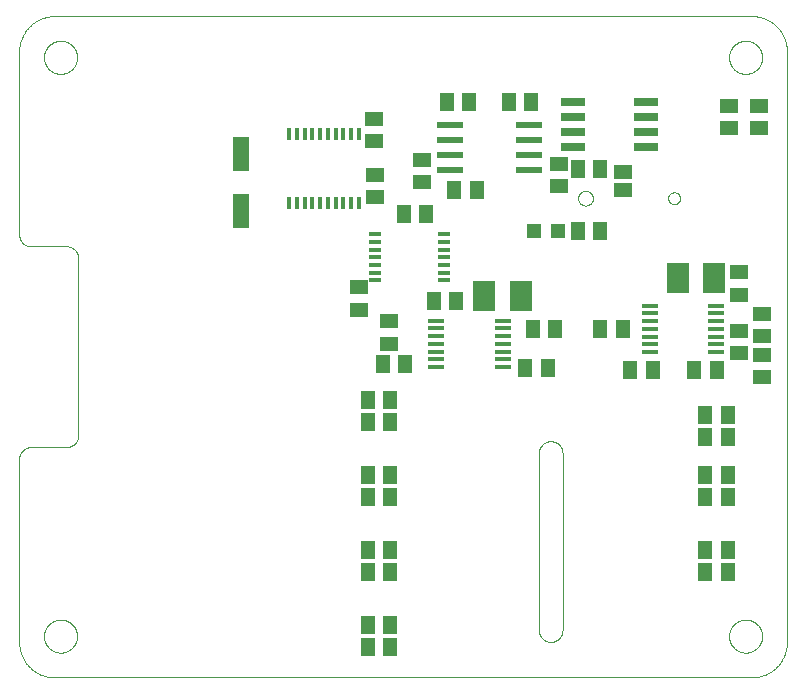
<source format=gtp>
G75*
%MOIN*%
%OFA0B0*%
%FSLAX25Y25*%
%IPPOS*%
%LPD*%
%AMOC8*
5,1,8,0,0,1.08239X$1,22.5*
%
%ADD10C,0.00000*%
%ADD11R,0.08661X0.02362*%
%ADD12R,0.05118X0.06299*%
%ADD13R,0.06299X0.05118*%
%ADD14R,0.04724X0.04724*%
%ADD15R,0.08000X0.02600*%
%ADD16R,0.05118X0.05906*%
%ADD17R,0.01200X0.03900*%
%ADD18R,0.05906X0.05118*%
%ADD19R,0.05512X0.11811*%
%ADD20R,0.07677X0.09843*%
%ADD21R,0.06300X0.04600*%
%ADD22R,0.03900X0.01200*%
%ADD23R,0.05800X0.01400*%
D10*
X0005500Y0014811D02*
X0005500Y0075835D01*
X0005502Y0075959D01*
X0005508Y0076082D01*
X0005517Y0076206D01*
X0005531Y0076328D01*
X0005548Y0076451D01*
X0005570Y0076573D01*
X0005595Y0076694D01*
X0005624Y0076814D01*
X0005656Y0076933D01*
X0005693Y0077052D01*
X0005733Y0077169D01*
X0005776Y0077284D01*
X0005824Y0077399D01*
X0005875Y0077511D01*
X0005929Y0077622D01*
X0005987Y0077732D01*
X0006048Y0077839D01*
X0006113Y0077945D01*
X0006181Y0078048D01*
X0006252Y0078149D01*
X0006326Y0078248D01*
X0006403Y0078345D01*
X0006484Y0078439D01*
X0006567Y0078530D01*
X0006653Y0078619D01*
X0006742Y0078705D01*
X0006833Y0078788D01*
X0006927Y0078869D01*
X0007024Y0078946D01*
X0007123Y0079020D01*
X0007224Y0079091D01*
X0007327Y0079159D01*
X0007433Y0079224D01*
X0007540Y0079285D01*
X0007650Y0079343D01*
X0007761Y0079397D01*
X0007873Y0079448D01*
X0007988Y0079496D01*
X0008103Y0079539D01*
X0008220Y0079579D01*
X0008339Y0079616D01*
X0008458Y0079648D01*
X0008578Y0079677D01*
X0008699Y0079702D01*
X0008821Y0079724D01*
X0008944Y0079741D01*
X0009066Y0079755D01*
X0009190Y0079764D01*
X0009313Y0079770D01*
X0009437Y0079772D01*
X0021248Y0079772D01*
X0021372Y0079774D01*
X0021495Y0079780D01*
X0021619Y0079789D01*
X0021741Y0079803D01*
X0021864Y0079820D01*
X0021986Y0079842D01*
X0022107Y0079867D01*
X0022227Y0079896D01*
X0022346Y0079928D01*
X0022465Y0079965D01*
X0022582Y0080005D01*
X0022697Y0080048D01*
X0022812Y0080096D01*
X0022924Y0080147D01*
X0023035Y0080201D01*
X0023145Y0080259D01*
X0023252Y0080320D01*
X0023358Y0080385D01*
X0023461Y0080453D01*
X0023562Y0080524D01*
X0023661Y0080598D01*
X0023758Y0080675D01*
X0023852Y0080756D01*
X0023943Y0080839D01*
X0024032Y0080925D01*
X0024118Y0081014D01*
X0024201Y0081105D01*
X0024282Y0081199D01*
X0024359Y0081296D01*
X0024433Y0081395D01*
X0024504Y0081496D01*
X0024572Y0081599D01*
X0024637Y0081705D01*
X0024698Y0081812D01*
X0024756Y0081922D01*
X0024810Y0082033D01*
X0024861Y0082145D01*
X0024909Y0082260D01*
X0024952Y0082375D01*
X0024992Y0082492D01*
X0025029Y0082611D01*
X0025061Y0082730D01*
X0025090Y0082850D01*
X0025115Y0082971D01*
X0025137Y0083093D01*
X0025154Y0083216D01*
X0025168Y0083338D01*
X0025177Y0083462D01*
X0025183Y0083585D01*
X0025185Y0083709D01*
X0025185Y0142764D01*
X0025183Y0142888D01*
X0025177Y0143011D01*
X0025168Y0143135D01*
X0025154Y0143257D01*
X0025137Y0143380D01*
X0025115Y0143502D01*
X0025090Y0143623D01*
X0025061Y0143743D01*
X0025029Y0143862D01*
X0024992Y0143981D01*
X0024952Y0144098D01*
X0024909Y0144213D01*
X0024861Y0144328D01*
X0024810Y0144440D01*
X0024756Y0144551D01*
X0024698Y0144661D01*
X0024637Y0144768D01*
X0024572Y0144874D01*
X0024504Y0144977D01*
X0024433Y0145078D01*
X0024359Y0145177D01*
X0024282Y0145274D01*
X0024201Y0145368D01*
X0024118Y0145459D01*
X0024032Y0145548D01*
X0023943Y0145634D01*
X0023852Y0145717D01*
X0023758Y0145798D01*
X0023661Y0145875D01*
X0023562Y0145949D01*
X0023461Y0146020D01*
X0023358Y0146088D01*
X0023252Y0146153D01*
X0023145Y0146214D01*
X0023035Y0146272D01*
X0022924Y0146326D01*
X0022812Y0146377D01*
X0022697Y0146425D01*
X0022582Y0146468D01*
X0022465Y0146508D01*
X0022346Y0146545D01*
X0022227Y0146577D01*
X0022107Y0146606D01*
X0021986Y0146631D01*
X0021864Y0146653D01*
X0021741Y0146670D01*
X0021619Y0146684D01*
X0021495Y0146693D01*
X0021372Y0146699D01*
X0021248Y0146701D01*
X0009437Y0146701D01*
X0009313Y0146703D01*
X0009190Y0146709D01*
X0009066Y0146718D01*
X0008944Y0146732D01*
X0008821Y0146749D01*
X0008699Y0146771D01*
X0008578Y0146796D01*
X0008458Y0146825D01*
X0008339Y0146857D01*
X0008220Y0146894D01*
X0008103Y0146934D01*
X0007988Y0146977D01*
X0007873Y0147025D01*
X0007761Y0147076D01*
X0007650Y0147130D01*
X0007540Y0147188D01*
X0007433Y0147249D01*
X0007327Y0147314D01*
X0007224Y0147382D01*
X0007123Y0147453D01*
X0007024Y0147527D01*
X0006927Y0147604D01*
X0006833Y0147685D01*
X0006742Y0147768D01*
X0006653Y0147854D01*
X0006567Y0147943D01*
X0006484Y0148034D01*
X0006403Y0148128D01*
X0006326Y0148225D01*
X0006252Y0148324D01*
X0006181Y0148425D01*
X0006113Y0148528D01*
X0006048Y0148634D01*
X0005987Y0148741D01*
X0005929Y0148851D01*
X0005875Y0148962D01*
X0005824Y0149074D01*
X0005776Y0149189D01*
X0005733Y0149304D01*
X0005693Y0149421D01*
X0005656Y0149540D01*
X0005624Y0149659D01*
X0005595Y0149779D01*
X0005570Y0149900D01*
X0005548Y0150022D01*
X0005531Y0150145D01*
X0005517Y0150267D01*
X0005508Y0150391D01*
X0005502Y0150514D01*
X0005500Y0150638D01*
X0005500Y0211661D01*
X0005503Y0211946D01*
X0005514Y0212232D01*
X0005531Y0212517D01*
X0005555Y0212801D01*
X0005586Y0213085D01*
X0005624Y0213368D01*
X0005669Y0213649D01*
X0005720Y0213930D01*
X0005778Y0214210D01*
X0005843Y0214488D01*
X0005915Y0214764D01*
X0005993Y0215038D01*
X0006078Y0215311D01*
X0006170Y0215581D01*
X0006268Y0215849D01*
X0006372Y0216115D01*
X0006483Y0216378D01*
X0006600Y0216638D01*
X0006723Y0216896D01*
X0006853Y0217150D01*
X0006989Y0217401D01*
X0007130Y0217649D01*
X0007278Y0217893D01*
X0007431Y0218134D01*
X0007591Y0218370D01*
X0007756Y0218603D01*
X0007926Y0218832D01*
X0008102Y0219057D01*
X0008284Y0219277D01*
X0008470Y0219493D01*
X0008662Y0219704D01*
X0008859Y0219911D01*
X0009061Y0220113D01*
X0009268Y0220310D01*
X0009479Y0220502D01*
X0009695Y0220688D01*
X0009915Y0220870D01*
X0010140Y0221046D01*
X0010369Y0221216D01*
X0010602Y0221381D01*
X0010838Y0221541D01*
X0011079Y0221694D01*
X0011323Y0221842D01*
X0011571Y0221983D01*
X0011822Y0222119D01*
X0012076Y0222249D01*
X0012334Y0222372D01*
X0012594Y0222489D01*
X0012857Y0222600D01*
X0013123Y0222704D01*
X0013391Y0222802D01*
X0013661Y0222894D01*
X0013934Y0222979D01*
X0014208Y0223057D01*
X0014484Y0223129D01*
X0014762Y0223194D01*
X0015042Y0223252D01*
X0015323Y0223303D01*
X0015604Y0223348D01*
X0015887Y0223386D01*
X0016171Y0223417D01*
X0016455Y0223441D01*
X0016740Y0223458D01*
X0017026Y0223469D01*
X0017311Y0223472D01*
X0249594Y0223472D01*
X0249879Y0223469D01*
X0250165Y0223458D01*
X0250450Y0223441D01*
X0250734Y0223417D01*
X0251018Y0223386D01*
X0251301Y0223348D01*
X0251582Y0223303D01*
X0251863Y0223252D01*
X0252143Y0223194D01*
X0252421Y0223129D01*
X0252697Y0223057D01*
X0252971Y0222979D01*
X0253244Y0222894D01*
X0253514Y0222802D01*
X0253782Y0222704D01*
X0254048Y0222600D01*
X0254311Y0222489D01*
X0254571Y0222372D01*
X0254829Y0222249D01*
X0255083Y0222119D01*
X0255334Y0221983D01*
X0255582Y0221842D01*
X0255826Y0221694D01*
X0256067Y0221541D01*
X0256303Y0221381D01*
X0256536Y0221216D01*
X0256765Y0221046D01*
X0256990Y0220870D01*
X0257210Y0220688D01*
X0257426Y0220502D01*
X0257637Y0220310D01*
X0257844Y0220113D01*
X0258046Y0219911D01*
X0258243Y0219704D01*
X0258435Y0219493D01*
X0258621Y0219277D01*
X0258803Y0219057D01*
X0258979Y0218832D01*
X0259149Y0218603D01*
X0259314Y0218370D01*
X0259474Y0218134D01*
X0259627Y0217893D01*
X0259775Y0217649D01*
X0259916Y0217401D01*
X0260052Y0217150D01*
X0260182Y0216896D01*
X0260305Y0216638D01*
X0260422Y0216378D01*
X0260533Y0216115D01*
X0260637Y0215849D01*
X0260735Y0215581D01*
X0260827Y0215311D01*
X0260912Y0215038D01*
X0260990Y0214764D01*
X0261062Y0214488D01*
X0261127Y0214210D01*
X0261185Y0213930D01*
X0261236Y0213649D01*
X0261281Y0213368D01*
X0261319Y0213085D01*
X0261350Y0212801D01*
X0261374Y0212517D01*
X0261391Y0212232D01*
X0261402Y0211946D01*
X0261405Y0211661D01*
X0261406Y0211661D02*
X0261406Y0014811D01*
X0261405Y0014811D02*
X0261402Y0014526D01*
X0261391Y0014240D01*
X0261374Y0013955D01*
X0261350Y0013671D01*
X0261319Y0013387D01*
X0261281Y0013104D01*
X0261236Y0012823D01*
X0261185Y0012542D01*
X0261127Y0012262D01*
X0261062Y0011984D01*
X0260990Y0011708D01*
X0260912Y0011434D01*
X0260827Y0011161D01*
X0260735Y0010891D01*
X0260637Y0010623D01*
X0260533Y0010357D01*
X0260422Y0010094D01*
X0260305Y0009834D01*
X0260182Y0009576D01*
X0260052Y0009322D01*
X0259916Y0009071D01*
X0259775Y0008823D01*
X0259627Y0008579D01*
X0259474Y0008338D01*
X0259314Y0008102D01*
X0259149Y0007869D01*
X0258979Y0007640D01*
X0258803Y0007415D01*
X0258621Y0007195D01*
X0258435Y0006979D01*
X0258243Y0006768D01*
X0258046Y0006561D01*
X0257844Y0006359D01*
X0257637Y0006162D01*
X0257426Y0005970D01*
X0257210Y0005784D01*
X0256990Y0005602D01*
X0256765Y0005426D01*
X0256536Y0005256D01*
X0256303Y0005091D01*
X0256067Y0004931D01*
X0255826Y0004778D01*
X0255582Y0004630D01*
X0255334Y0004489D01*
X0255083Y0004353D01*
X0254829Y0004223D01*
X0254571Y0004100D01*
X0254311Y0003983D01*
X0254048Y0003872D01*
X0253782Y0003768D01*
X0253514Y0003670D01*
X0253244Y0003578D01*
X0252971Y0003493D01*
X0252697Y0003415D01*
X0252421Y0003343D01*
X0252143Y0003278D01*
X0251863Y0003220D01*
X0251582Y0003169D01*
X0251301Y0003124D01*
X0251018Y0003086D01*
X0250734Y0003055D01*
X0250450Y0003031D01*
X0250165Y0003014D01*
X0249879Y0003003D01*
X0249594Y0003000D01*
X0017311Y0003000D01*
X0017026Y0003003D01*
X0016740Y0003014D01*
X0016455Y0003031D01*
X0016171Y0003055D01*
X0015887Y0003086D01*
X0015604Y0003124D01*
X0015323Y0003169D01*
X0015042Y0003220D01*
X0014762Y0003278D01*
X0014484Y0003343D01*
X0014208Y0003415D01*
X0013934Y0003493D01*
X0013661Y0003578D01*
X0013391Y0003670D01*
X0013123Y0003768D01*
X0012857Y0003872D01*
X0012594Y0003983D01*
X0012334Y0004100D01*
X0012076Y0004223D01*
X0011822Y0004353D01*
X0011571Y0004489D01*
X0011323Y0004630D01*
X0011079Y0004778D01*
X0010838Y0004931D01*
X0010602Y0005091D01*
X0010369Y0005256D01*
X0010140Y0005426D01*
X0009915Y0005602D01*
X0009695Y0005784D01*
X0009479Y0005970D01*
X0009268Y0006162D01*
X0009061Y0006359D01*
X0008859Y0006561D01*
X0008662Y0006768D01*
X0008470Y0006979D01*
X0008284Y0007195D01*
X0008102Y0007415D01*
X0007926Y0007640D01*
X0007756Y0007869D01*
X0007591Y0008102D01*
X0007431Y0008338D01*
X0007278Y0008579D01*
X0007130Y0008823D01*
X0006989Y0009071D01*
X0006853Y0009322D01*
X0006723Y0009576D01*
X0006600Y0009834D01*
X0006483Y0010094D01*
X0006372Y0010357D01*
X0006268Y0010623D01*
X0006170Y0010891D01*
X0006078Y0011161D01*
X0005993Y0011434D01*
X0005915Y0011708D01*
X0005843Y0011984D01*
X0005778Y0012262D01*
X0005720Y0012542D01*
X0005669Y0012823D01*
X0005624Y0013104D01*
X0005586Y0013387D01*
X0005555Y0013671D01*
X0005531Y0013955D01*
X0005514Y0014240D01*
X0005503Y0014526D01*
X0005500Y0014811D01*
X0013768Y0016780D02*
X0013770Y0016928D01*
X0013776Y0017076D01*
X0013786Y0017224D01*
X0013800Y0017371D01*
X0013818Y0017518D01*
X0013839Y0017664D01*
X0013865Y0017810D01*
X0013895Y0017955D01*
X0013928Y0018099D01*
X0013966Y0018242D01*
X0014007Y0018384D01*
X0014052Y0018525D01*
X0014100Y0018665D01*
X0014153Y0018804D01*
X0014209Y0018941D01*
X0014269Y0019076D01*
X0014332Y0019210D01*
X0014399Y0019342D01*
X0014470Y0019472D01*
X0014544Y0019600D01*
X0014621Y0019726D01*
X0014702Y0019850D01*
X0014786Y0019972D01*
X0014873Y0020091D01*
X0014964Y0020208D01*
X0015058Y0020323D01*
X0015154Y0020435D01*
X0015254Y0020545D01*
X0015356Y0020651D01*
X0015462Y0020755D01*
X0015570Y0020856D01*
X0015681Y0020954D01*
X0015794Y0021050D01*
X0015910Y0021142D01*
X0016028Y0021231D01*
X0016149Y0021316D01*
X0016272Y0021399D01*
X0016397Y0021478D01*
X0016524Y0021554D01*
X0016653Y0021626D01*
X0016784Y0021695D01*
X0016917Y0021760D01*
X0017052Y0021821D01*
X0017188Y0021879D01*
X0017325Y0021934D01*
X0017464Y0021984D01*
X0017605Y0022031D01*
X0017746Y0022074D01*
X0017889Y0022114D01*
X0018033Y0022149D01*
X0018177Y0022181D01*
X0018323Y0022208D01*
X0018469Y0022232D01*
X0018616Y0022252D01*
X0018763Y0022268D01*
X0018910Y0022280D01*
X0019058Y0022288D01*
X0019206Y0022292D01*
X0019354Y0022292D01*
X0019502Y0022288D01*
X0019650Y0022280D01*
X0019797Y0022268D01*
X0019944Y0022252D01*
X0020091Y0022232D01*
X0020237Y0022208D01*
X0020383Y0022181D01*
X0020527Y0022149D01*
X0020671Y0022114D01*
X0020814Y0022074D01*
X0020955Y0022031D01*
X0021096Y0021984D01*
X0021235Y0021934D01*
X0021372Y0021879D01*
X0021508Y0021821D01*
X0021643Y0021760D01*
X0021776Y0021695D01*
X0021907Y0021626D01*
X0022036Y0021554D01*
X0022163Y0021478D01*
X0022288Y0021399D01*
X0022411Y0021316D01*
X0022532Y0021231D01*
X0022650Y0021142D01*
X0022766Y0021050D01*
X0022879Y0020954D01*
X0022990Y0020856D01*
X0023098Y0020755D01*
X0023204Y0020651D01*
X0023306Y0020545D01*
X0023406Y0020435D01*
X0023502Y0020323D01*
X0023596Y0020208D01*
X0023687Y0020091D01*
X0023774Y0019972D01*
X0023858Y0019850D01*
X0023939Y0019726D01*
X0024016Y0019600D01*
X0024090Y0019472D01*
X0024161Y0019342D01*
X0024228Y0019210D01*
X0024291Y0019076D01*
X0024351Y0018941D01*
X0024407Y0018804D01*
X0024460Y0018665D01*
X0024508Y0018525D01*
X0024553Y0018384D01*
X0024594Y0018242D01*
X0024632Y0018099D01*
X0024665Y0017955D01*
X0024695Y0017810D01*
X0024721Y0017664D01*
X0024742Y0017518D01*
X0024760Y0017371D01*
X0024774Y0017224D01*
X0024784Y0017076D01*
X0024790Y0016928D01*
X0024792Y0016780D01*
X0024790Y0016632D01*
X0024784Y0016484D01*
X0024774Y0016336D01*
X0024760Y0016189D01*
X0024742Y0016042D01*
X0024721Y0015896D01*
X0024695Y0015750D01*
X0024665Y0015605D01*
X0024632Y0015461D01*
X0024594Y0015318D01*
X0024553Y0015176D01*
X0024508Y0015035D01*
X0024460Y0014895D01*
X0024407Y0014756D01*
X0024351Y0014619D01*
X0024291Y0014484D01*
X0024228Y0014350D01*
X0024161Y0014218D01*
X0024090Y0014088D01*
X0024016Y0013960D01*
X0023939Y0013834D01*
X0023858Y0013710D01*
X0023774Y0013588D01*
X0023687Y0013469D01*
X0023596Y0013352D01*
X0023502Y0013237D01*
X0023406Y0013125D01*
X0023306Y0013015D01*
X0023204Y0012909D01*
X0023098Y0012805D01*
X0022990Y0012704D01*
X0022879Y0012606D01*
X0022766Y0012510D01*
X0022650Y0012418D01*
X0022532Y0012329D01*
X0022411Y0012244D01*
X0022288Y0012161D01*
X0022163Y0012082D01*
X0022036Y0012006D01*
X0021907Y0011934D01*
X0021776Y0011865D01*
X0021643Y0011800D01*
X0021508Y0011739D01*
X0021372Y0011681D01*
X0021235Y0011626D01*
X0021096Y0011576D01*
X0020955Y0011529D01*
X0020814Y0011486D01*
X0020671Y0011446D01*
X0020527Y0011411D01*
X0020383Y0011379D01*
X0020237Y0011352D01*
X0020091Y0011328D01*
X0019944Y0011308D01*
X0019797Y0011292D01*
X0019650Y0011280D01*
X0019502Y0011272D01*
X0019354Y0011268D01*
X0019206Y0011268D01*
X0019058Y0011272D01*
X0018910Y0011280D01*
X0018763Y0011292D01*
X0018616Y0011308D01*
X0018469Y0011328D01*
X0018323Y0011352D01*
X0018177Y0011379D01*
X0018033Y0011411D01*
X0017889Y0011446D01*
X0017746Y0011486D01*
X0017605Y0011529D01*
X0017464Y0011576D01*
X0017325Y0011626D01*
X0017188Y0011681D01*
X0017052Y0011739D01*
X0016917Y0011800D01*
X0016784Y0011865D01*
X0016653Y0011934D01*
X0016524Y0012006D01*
X0016397Y0012082D01*
X0016272Y0012161D01*
X0016149Y0012244D01*
X0016028Y0012329D01*
X0015910Y0012418D01*
X0015794Y0012510D01*
X0015681Y0012606D01*
X0015570Y0012704D01*
X0015462Y0012805D01*
X0015356Y0012909D01*
X0015254Y0013015D01*
X0015154Y0013125D01*
X0015058Y0013237D01*
X0014964Y0013352D01*
X0014873Y0013469D01*
X0014786Y0013588D01*
X0014702Y0013710D01*
X0014621Y0013834D01*
X0014544Y0013960D01*
X0014470Y0014088D01*
X0014399Y0014218D01*
X0014332Y0014350D01*
X0014269Y0014484D01*
X0014209Y0014619D01*
X0014153Y0014756D01*
X0014100Y0014895D01*
X0014052Y0015035D01*
X0014007Y0015176D01*
X0013966Y0015318D01*
X0013928Y0015461D01*
X0013895Y0015605D01*
X0013865Y0015750D01*
X0013839Y0015896D01*
X0013818Y0016042D01*
X0013800Y0016189D01*
X0013786Y0016336D01*
X0013776Y0016484D01*
X0013770Y0016632D01*
X0013768Y0016780D01*
X0178728Y0018787D02*
X0178728Y0077803D01*
X0178730Y0077927D01*
X0178736Y0078050D01*
X0178745Y0078174D01*
X0178759Y0078296D01*
X0178776Y0078419D01*
X0178798Y0078541D01*
X0178823Y0078662D01*
X0178852Y0078782D01*
X0178884Y0078901D01*
X0178921Y0079020D01*
X0178961Y0079137D01*
X0179004Y0079252D01*
X0179052Y0079367D01*
X0179103Y0079479D01*
X0179157Y0079590D01*
X0179215Y0079700D01*
X0179276Y0079807D01*
X0179341Y0079913D01*
X0179409Y0080016D01*
X0179480Y0080117D01*
X0179554Y0080216D01*
X0179631Y0080313D01*
X0179712Y0080407D01*
X0179795Y0080498D01*
X0179881Y0080587D01*
X0179970Y0080673D01*
X0180061Y0080756D01*
X0180155Y0080837D01*
X0180252Y0080914D01*
X0180351Y0080988D01*
X0180452Y0081059D01*
X0180555Y0081127D01*
X0180661Y0081192D01*
X0180768Y0081253D01*
X0180878Y0081311D01*
X0180989Y0081365D01*
X0181101Y0081416D01*
X0181216Y0081464D01*
X0181331Y0081507D01*
X0181448Y0081547D01*
X0181567Y0081584D01*
X0181686Y0081616D01*
X0181806Y0081645D01*
X0181927Y0081670D01*
X0182049Y0081692D01*
X0182172Y0081709D01*
X0182294Y0081723D01*
X0182418Y0081732D01*
X0182541Y0081738D01*
X0182665Y0081740D01*
X0182789Y0081738D01*
X0182912Y0081732D01*
X0183036Y0081723D01*
X0183158Y0081709D01*
X0183281Y0081692D01*
X0183403Y0081670D01*
X0183524Y0081645D01*
X0183644Y0081616D01*
X0183763Y0081584D01*
X0183882Y0081547D01*
X0183999Y0081507D01*
X0184114Y0081464D01*
X0184229Y0081416D01*
X0184341Y0081365D01*
X0184452Y0081311D01*
X0184562Y0081253D01*
X0184669Y0081192D01*
X0184775Y0081127D01*
X0184878Y0081059D01*
X0184979Y0080988D01*
X0185078Y0080914D01*
X0185175Y0080837D01*
X0185269Y0080756D01*
X0185360Y0080673D01*
X0185449Y0080587D01*
X0185535Y0080498D01*
X0185618Y0080407D01*
X0185699Y0080313D01*
X0185776Y0080216D01*
X0185850Y0080117D01*
X0185921Y0080016D01*
X0185989Y0079913D01*
X0186054Y0079807D01*
X0186115Y0079700D01*
X0186173Y0079590D01*
X0186227Y0079479D01*
X0186278Y0079367D01*
X0186326Y0079252D01*
X0186369Y0079137D01*
X0186409Y0079020D01*
X0186446Y0078901D01*
X0186478Y0078782D01*
X0186507Y0078662D01*
X0186532Y0078541D01*
X0186554Y0078419D01*
X0186571Y0078296D01*
X0186585Y0078174D01*
X0186594Y0078050D01*
X0186600Y0077927D01*
X0186602Y0077803D01*
X0186602Y0018787D01*
X0186600Y0018663D01*
X0186594Y0018540D01*
X0186585Y0018416D01*
X0186571Y0018294D01*
X0186554Y0018171D01*
X0186532Y0018049D01*
X0186507Y0017928D01*
X0186478Y0017808D01*
X0186446Y0017689D01*
X0186409Y0017570D01*
X0186369Y0017453D01*
X0186326Y0017338D01*
X0186278Y0017223D01*
X0186227Y0017111D01*
X0186173Y0017000D01*
X0186115Y0016890D01*
X0186054Y0016783D01*
X0185989Y0016677D01*
X0185921Y0016574D01*
X0185850Y0016473D01*
X0185776Y0016374D01*
X0185699Y0016277D01*
X0185618Y0016183D01*
X0185535Y0016092D01*
X0185449Y0016003D01*
X0185360Y0015917D01*
X0185269Y0015834D01*
X0185175Y0015753D01*
X0185078Y0015676D01*
X0184979Y0015602D01*
X0184878Y0015531D01*
X0184775Y0015463D01*
X0184669Y0015398D01*
X0184562Y0015337D01*
X0184452Y0015279D01*
X0184341Y0015225D01*
X0184229Y0015174D01*
X0184114Y0015126D01*
X0183999Y0015083D01*
X0183882Y0015043D01*
X0183763Y0015006D01*
X0183644Y0014974D01*
X0183524Y0014945D01*
X0183403Y0014920D01*
X0183281Y0014898D01*
X0183158Y0014881D01*
X0183036Y0014867D01*
X0182912Y0014858D01*
X0182789Y0014852D01*
X0182665Y0014850D01*
X0182541Y0014852D01*
X0182418Y0014858D01*
X0182294Y0014867D01*
X0182172Y0014881D01*
X0182049Y0014898D01*
X0181927Y0014920D01*
X0181806Y0014945D01*
X0181686Y0014974D01*
X0181567Y0015006D01*
X0181448Y0015043D01*
X0181331Y0015083D01*
X0181216Y0015126D01*
X0181101Y0015174D01*
X0180989Y0015225D01*
X0180878Y0015279D01*
X0180768Y0015337D01*
X0180661Y0015398D01*
X0180555Y0015463D01*
X0180452Y0015531D01*
X0180351Y0015602D01*
X0180252Y0015676D01*
X0180155Y0015753D01*
X0180061Y0015834D01*
X0179970Y0015917D01*
X0179881Y0016003D01*
X0179795Y0016092D01*
X0179712Y0016183D01*
X0179631Y0016277D01*
X0179554Y0016374D01*
X0179480Y0016473D01*
X0179409Y0016574D01*
X0179341Y0016677D01*
X0179276Y0016783D01*
X0179215Y0016890D01*
X0179157Y0017000D01*
X0179103Y0017111D01*
X0179052Y0017223D01*
X0179004Y0017338D01*
X0178961Y0017453D01*
X0178921Y0017570D01*
X0178884Y0017689D01*
X0178852Y0017808D01*
X0178823Y0017928D01*
X0178798Y0018049D01*
X0178776Y0018171D01*
X0178759Y0018294D01*
X0178745Y0018416D01*
X0178736Y0018540D01*
X0178730Y0018663D01*
X0178728Y0018787D01*
X0242114Y0016780D02*
X0242116Y0016928D01*
X0242122Y0017076D01*
X0242132Y0017224D01*
X0242146Y0017371D01*
X0242164Y0017518D01*
X0242185Y0017664D01*
X0242211Y0017810D01*
X0242241Y0017955D01*
X0242274Y0018099D01*
X0242312Y0018242D01*
X0242353Y0018384D01*
X0242398Y0018525D01*
X0242446Y0018665D01*
X0242499Y0018804D01*
X0242555Y0018941D01*
X0242615Y0019076D01*
X0242678Y0019210D01*
X0242745Y0019342D01*
X0242816Y0019472D01*
X0242890Y0019600D01*
X0242967Y0019726D01*
X0243048Y0019850D01*
X0243132Y0019972D01*
X0243219Y0020091D01*
X0243310Y0020208D01*
X0243404Y0020323D01*
X0243500Y0020435D01*
X0243600Y0020545D01*
X0243702Y0020651D01*
X0243808Y0020755D01*
X0243916Y0020856D01*
X0244027Y0020954D01*
X0244140Y0021050D01*
X0244256Y0021142D01*
X0244374Y0021231D01*
X0244495Y0021316D01*
X0244618Y0021399D01*
X0244743Y0021478D01*
X0244870Y0021554D01*
X0244999Y0021626D01*
X0245130Y0021695D01*
X0245263Y0021760D01*
X0245398Y0021821D01*
X0245534Y0021879D01*
X0245671Y0021934D01*
X0245810Y0021984D01*
X0245951Y0022031D01*
X0246092Y0022074D01*
X0246235Y0022114D01*
X0246379Y0022149D01*
X0246523Y0022181D01*
X0246669Y0022208D01*
X0246815Y0022232D01*
X0246962Y0022252D01*
X0247109Y0022268D01*
X0247256Y0022280D01*
X0247404Y0022288D01*
X0247552Y0022292D01*
X0247700Y0022292D01*
X0247848Y0022288D01*
X0247996Y0022280D01*
X0248143Y0022268D01*
X0248290Y0022252D01*
X0248437Y0022232D01*
X0248583Y0022208D01*
X0248729Y0022181D01*
X0248873Y0022149D01*
X0249017Y0022114D01*
X0249160Y0022074D01*
X0249301Y0022031D01*
X0249442Y0021984D01*
X0249581Y0021934D01*
X0249718Y0021879D01*
X0249854Y0021821D01*
X0249989Y0021760D01*
X0250122Y0021695D01*
X0250253Y0021626D01*
X0250382Y0021554D01*
X0250509Y0021478D01*
X0250634Y0021399D01*
X0250757Y0021316D01*
X0250878Y0021231D01*
X0250996Y0021142D01*
X0251112Y0021050D01*
X0251225Y0020954D01*
X0251336Y0020856D01*
X0251444Y0020755D01*
X0251550Y0020651D01*
X0251652Y0020545D01*
X0251752Y0020435D01*
X0251848Y0020323D01*
X0251942Y0020208D01*
X0252033Y0020091D01*
X0252120Y0019972D01*
X0252204Y0019850D01*
X0252285Y0019726D01*
X0252362Y0019600D01*
X0252436Y0019472D01*
X0252507Y0019342D01*
X0252574Y0019210D01*
X0252637Y0019076D01*
X0252697Y0018941D01*
X0252753Y0018804D01*
X0252806Y0018665D01*
X0252854Y0018525D01*
X0252899Y0018384D01*
X0252940Y0018242D01*
X0252978Y0018099D01*
X0253011Y0017955D01*
X0253041Y0017810D01*
X0253067Y0017664D01*
X0253088Y0017518D01*
X0253106Y0017371D01*
X0253120Y0017224D01*
X0253130Y0017076D01*
X0253136Y0016928D01*
X0253138Y0016780D01*
X0253136Y0016632D01*
X0253130Y0016484D01*
X0253120Y0016336D01*
X0253106Y0016189D01*
X0253088Y0016042D01*
X0253067Y0015896D01*
X0253041Y0015750D01*
X0253011Y0015605D01*
X0252978Y0015461D01*
X0252940Y0015318D01*
X0252899Y0015176D01*
X0252854Y0015035D01*
X0252806Y0014895D01*
X0252753Y0014756D01*
X0252697Y0014619D01*
X0252637Y0014484D01*
X0252574Y0014350D01*
X0252507Y0014218D01*
X0252436Y0014088D01*
X0252362Y0013960D01*
X0252285Y0013834D01*
X0252204Y0013710D01*
X0252120Y0013588D01*
X0252033Y0013469D01*
X0251942Y0013352D01*
X0251848Y0013237D01*
X0251752Y0013125D01*
X0251652Y0013015D01*
X0251550Y0012909D01*
X0251444Y0012805D01*
X0251336Y0012704D01*
X0251225Y0012606D01*
X0251112Y0012510D01*
X0250996Y0012418D01*
X0250878Y0012329D01*
X0250757Y0012244D01*
X0250634Y0012161D01*
X0250509Y0012082D01*
X0250382Y0012006D01*
X0250253Y0011934D01*
X0250122Y0011865D01*
X0249989Y0011800D01*
X0249854Y0011739D01*
X0249718Y0011681D01*
X0249581Y0011626D01*
X0249442Y0011576D01*
X0249301Y0011529D01*
X0249160Y0011486D01*
X0249017Y0011446D01*
X0248873Y0011411D01*
X0248729Y0011379D01*
X0248583Y0011352D01*
X0248437Y0011328D01*
X0248290Y0011308D01*
X0248143Y0011292D01*
X0247996Y0011280D01*
X0247848Y0011272D01*
X0247700Y0011268D01*
X0247552Y0011268D01*
X0247404Y0011272D01*
X0247256Y0011280D01*
X0247109Y0011292D01*
X0246962Y0011308D01*
X0246815Y0011328D01*
X0246669Y0011352D01*
X0246523Y0011379D01*
X0246379Y0011411D01*
X0246235Y0011446D01*
X0246092Y0011486D01*
X0245951Y0011529D01*
X0245810Y0011576D01*
X0245671Y0011626D01*
X0245534Y0011681D01*
X0245398Y0011739D01*
X0245263Y0011800D01*
X0245130Y0011865D01*
X0244999Y0011934D01*
X0244870Y0012006D01*
X0244743Y0012082D01*
X0244618Y0012161D01*
X0244495Y0012244D01*
X0244374Y0012329D01*
X0244256Y0012418D01*
X0244140Y0012510D01*
X0244027Y0012606D01*
X0243916Y0012704D01*
X0243808Y0012805D01*
X0243702Y0012909D01*
X0243600Y0013015D01*
X0243500Y0013125D01*
X0243404Y0013237D01*
X0243310Y0013352D01*
X0243219Y0013469D01*
X0243132Y0013588D01*
X0243048Y0013710D01*
X0242967Y0013834D01*
X0242890Y0013960D01*
X0242816Y0014088D01*
X0242745Y0014218D01*
X0242678Y0014350D01*
X0242615Y0014484D01*
X0242555Y0014619D01*
X0242499Y0014756D01*
X0242446Y0014895D01*
X0242398Y0015035D01*
X0242353Y0015176D01*
X0242312Y0015318D01*
X0242274Y0015461D01*
X0242241Y0015605D01*
X0242211Y0015750D01*
X0242185Y0015896D01*
X0242164Y0016042D01*
X0242146Y0016189D01*
X0242132Y0016336D01*
X0242122Y0016484D01*
X0242116Y0016632D01*
X0242114Y0016780D01*
X0221828Y0162754D02*
X0221830Y0162842D01*
X0221836Y0162930D01*
X0221846Y0163018D01*
X0221860Y0163106D01*
X0221877Y0163192D01*
X0221899Y0163278D01*
X0221924Y0163362D01*
X0221954Y0163446D01*
X0221986Y0163528D01*
X0222023Y0163608D01*
X0222063Y0163687D01*
X0222107Y0163764D01*
X0222154Y0163839D01*
X0222204Y0163911D01*
X0222258Y0163982D01*
X0222314Y0164049D01*
X0222374Y0164115D01*
X0222436Y0164177D01*
X0222502Y0164237D01*
X0222569Y0164293D01*
X0222640Y0164347D01*
X0222712Y0164397D01*
X0222787Y0164444D01*
X0222864Y0164488D01*
X0222943Y0164528D01*
X0223023Y0164565D01*
X0223105Y0164597D01*
X0223189Y0164627D01*
X0223273Y0164652D01*
X0223359Y0164674D01*
X0223445Y0164691D01*
X0223533Y0164705D01*
X0223621Y0164715D01*
X0223709Y0164721D01*
X0223797Y0164723D01*
X0223885Y0164721D01*
X0223973Y0164715D01*
X0224061Y0164705D01*
X0224149Y0164691D01*
X0224235Y0164674D01*
X0224321Y0164652D01*
X0224405Y0164627D01*
X0224489Y0164597D01*
X0224571Y0164565D01*
X0224651Y0164528D01*
X0224730Y0164488D01*
X0224807Y0164444D01*
X0224882Y0164397D01*
X0224954Y0164347D01*
X0225025Y0164293D01*
X0225092Y0164237D01*
X0225158Y0164177D01*
X0225220Y0164115D01*
X0225280Y0164049D01*
X0225336Y0163982D01*
X0225390Y0163911D01*
X0225440Y0163839D01*
X0225487Y0163764D01*
X0225531Y0163687D01*
X0225571Y0163608D01*
X0225608Y0163528D01*
X0225640Y0163446D01*
X0225670Y0163362D01*
X0225695Y0163278D01*
X0225717Y0163192D01*
X0225734Y0163106D01*
X0225748Y0163018D01*
X0225758Y0162930D01*
X0225764Y0162842D01*
X0225766Y0162754D01*
X0225764Y0162666D01*
X0225758Y0162578D01*
X0225748Y0162490D01*
X0225734Y0162402D01*
X0225717Y0162316D01*
X0225695Y0162230D01*
X0225670Y0162146D01*
X0225640Y0162062D01*
X0225608Y0161980D01*
X0225571Y0161900D01*
X0225531Y0161821D01*
X0225487Y0161744D01*
X0225440Y0161669D01*
X0225390Y0161597D01*
X0225336Y0161526D01*
X0225280Y0161459D01*
X0225220Y0161393D01*
X0225158Y0161331D01*
X0225092Y0161271D01*
X0225025Y0161215D01*
X0224954Y0161161D01*
X0224882Y0161111D01*
X0224807Y0161064D01*
X0224730Y0161020D01*
X0224651Y0160980D01*
X0224571Y0160943D01*
X0224489Y0160911D01*
X0224405Y0160881D01*
X0224321Y0160856D01*
X0224235Y0160834D01*
X0224149Y0160817D01*
X0224061Y0160803D01*
X0223973Y0160793D01*
X0223885Y0160787D01*
X0223797Y0160785D01*
X0223709Y0160787D01*
X0223621Y0160793D01*
X0223533Y0160803D01*
X0223445Y0160817D01*
X0223359Y0160834D01*
X0223273Y0160856D01*
X0223189Y0160881D01*
X0223105Y0160911D01*
X0223023Y0160943D01*
X0222943Y0160980D01*
X0222864Y0161020D01*
X0222787Y0161064D01*
X0222712Y0161111D01*
X0222640Y0161161D01*
X0222569Y0161215D01*
X0222502Y0161271D01*
X0222436Y0161331D01*
X0222374Y0161393D01*
X0222314Y0161459D01*
X0222258Y0161526D01*
X0222204Y0161597D01*
X0222154Y0161669D01*
X0222107Y0161744D01*
X0222063Y0161821D01*
X0222023Y0161900D01*
X0221986Y0161980D01*
X0221954Y0162062D01*
X0221924Y0162146D01*
X0221899Y0162230D01*
X0221877Y0162316D01*
X0221860Y0162402D01*
X0221846Y0162490D01*
X0221836Y0162578D01*
X0221830Y0162666D01*
X0221828Y0162754D01*
X0191809Y0162754D02*
X0191811Y0162853D01*
X0191817Y0162952D01*
X0191827Y0163051D01*
X0191841Y0163149D01*
X0191859Y0163246D01*
X0191881Y0163343D01*
X0191906Y0163439D01*
X0191936Y0163533D01*
X0191969Y0163627D01*
X0192006Y0163719D01*
X0192047Y0163809D01*
X0192091Y0163898D01*
X0192139Y0163984D01*
X0192190Y0164069D01*
X0192245Y0164152D01*
X0192303Y0164232D01*
X0192364Y0164310D01*
X0192428Y0164386D01*
X0192495Y0164459D01*
X0192565Y0164529D01*
X0192638Y0164596D01*
X0192714Y0164660D01*
X0192792Y0164721D01*
X0192872Y0164779D01*
X0192955Y0164834D01*
X0193039Y0164885D01*
X0193126Y0164933D01*
X0193215Y0164977D01*
X0193305Y0165018D01*
X0193397Y0165055D01*
X0193491Y0165088D01*
X0193585Y0165118D01*
X0193681Y0165143D01*
X0193778Y0165165D01*
X0193875Y0165183D01*
X0193973Y0165197D01*
X0194072Y0165207D01*
X0194171Y0165213D01*
X0194270Y0165215D01*
X0194369Y0165213D01*
X0194468Y0165207D01*
X0194567Y0165197D01*
X0194665Y0165183D01*
X0194762Y0165165D01*
X0194859Y0165143D01*
X0194955Y0165118D01*
X0195049Y0165088D01*
X0195143Y0165055D01*
X0195235Y0165018D01*
X0195325Y0164977D01*
X0195414Y0164933D01*
X0195500Y0164885D01*
X0195585Y0164834D01*
X0195668Y0164779D01*
X0195748Y0164721D01*
X0195826Y0164660D01*
X0195902Y0164596D01*
X0195975Y0164529D01*
X0196045Y0164459D01*
X0196112Y0164386D01*
X0196176Y0164310D01*
X0196237Y0164232D01*
X0196295Y0164152D01*
X0196350Y0164069D01*
X0196401Y0163985D01*
X0196449Y0163898D01*
X0196493Y0163809D01*
X0196534Y0163719D01*
X0196571Y0163627D01*
X0196604Y0163533D01*
X0196634Y0163439D01*
X0196659Y0163343D01*
X0196681Y0163246D01*
X0196699Y0163149D01*
X0196713Y0163051D01*
X0196723Y0162952D01*
X0196729Y0162853D01*
X0196731Y0162754D01*
X0196729Y0162655D01*
X0196723Y0162556D01*
X0196713Y0162457D01*
X0196699Y0162359D01*
X0196681Y0162262D01*
X0196659Y0162165D01*
X0196634Y0162069D01*
X0196604Y0161975D01*
X0196571Y0161881D01*
X0196534Y0161789D01*
X0196493Y0161699D01*
X0196449Y0161610D01*
X0196401Y0161524D01*
X0196350Y0161439D01*
X0196295Y0161356D01*
X0196237Y0161276D01*
X0196176Y0161198D01*
X0196112Y0161122D01*
X0196045Y0161049D01*
X0195975Y0160979D01*
X0195902Y0160912D01*
X0195826Y0160848D01*
X0195748Y0160787D01*
X0195668Y0160729D01*
X0195585Y0160674D01*
X0195501Y0160623D01*
X0195414Y0160575D01*
X0195325Y0160531D01*
X0195235Y0160490D01*
X0195143Y0160453D01*
X0195049Y0160420D01*
X0194955Y0160390D01*
X0194859Y0160365D01*
X0194762Y0160343D01*
X0194665Y0160325D01*
X0194567Y0160311D01*
X0194468Y0160301D01*
X0194369Y0160295D01*
X0194270Y0160293D01*
X0194171Y0160295D01*
X0194072Y0160301D01*
X0193973Y0160311D01*
X0193875Y0160325D01*
X0193778Y0160343D01*
X0193681Y0160365D01*
X0193585Y0160390D01*
X0193491Y0160420D01*
X0193397Y0160453D01*
X0193305Y0160490D01*
X0193215Y0160531D01*
X0193126Y0160575D01*
X0193040Y0160623D01*
X0192955Y0160674D01*
X0192872Y0160729D01*
X0192792Y0160787D01*
X0192714Y0160848D01*
X0192638Y0160912D01*
X0192565Y0160979D01*
X0192495Y0161049D01*
X0192428Y0161122D01*
X0192364Y0161198D01*
X0192303Y0161276D01*
X0192245Y0161356D01*
X0192190Y0161439D01*
X0192139Y0161523D01*
X0192091Y0161610D01*
X0192047Y0161699D01*
X0192006Y0161789D01*
X0191969Y0161881D01*
X0191936Y0161975D01*
X0191906Y0162069D01*
X0191881Y0162165D01*
X0191859Y0162262D01*
X0191841Y0162359D01*
X0191827Y0162457D01*
X0191817Y0162556D01*
X0191811Y0162655D01*
X0191809Y0162754D01*
X0242114Y0209693D02*
X0242116Y0209841D01*
X0242122Y0209989D01*
X0242132Y0210137D01*
X0242146Y0210284D01*
X0242164Y0210431D01*
X0242185Y0210577D01*
X0242211Y0210723D01*
X0242241Y0210868D01*
X0242274Y0211012D01*
X0242312Y0211155D01*
X0242353Y0211297D01*
X0242398Y0211438D01*
X0242446Y0211578D01*
X0242499Y0211717D01*
X0242555Y0211854D01*
X0242615Y0211989D01*
X0242678Y0212123D01*
X0242745Y0212255D01*
X0242816Y0212385D01*
X0242890Y0212513D01*
X0242967Y0212639D01*
X0243048Y0212763D01*
X0243132Y0212885D01*
X0243219Y0213004D01*
X0243310Y0213121D01*
X0243404Y0213236D01*
X0243500Y0213348D01*
X0243600Y0213458D01*
X0243702Y0213564D01*
X0243808Y0213668D01*
X0243916Y0213769D01*
X0244027Y0213867D01*
X0244140Y0213963D01*
X0244256Y0214055D01*
X0244374Y0214144D01*
X0244495Y0214229D01*
X0244618Y0214312D01*
X0244743Y0214391D01*
X0244870Y0214467D01*
X0244999Y0214539D01*
X0245130Y0214608D01*
X0245263Y0214673D01*
X0245398Y0214734D01*
X0245534Y0214792D01*
X0245671Y0214847D01*
X0245810Y0214897D01*
X0245951Y0214944D01*
X0246092Y0214987D01*
X0246235Y0215027D01*
X0246379Y0215062D01*
X0246523Y0215094D01*
X0246669Y0215121D01*
X0246815Y0215145D01*
X0246962Y0215165D01*
X0247109Y0215181D01*
X0247256Y0215193D01*
X0247404Y0215201D01*
X0247552Y0215205D01*
X0247700Y0215205D01*
X0247848Y0215201D01*
X0247996Y0215193D01*
X0248143Y0215181D01*
X0248290Y0215165D01*
X0248437Y0215145D01*
X0248583Y0215121D01*
X0248729Y0215094D01*
X0248873Y0215062D01*
X0249017Y0215027D01*
X0249160Y0214987D01*
X0249301Y0214944D01*
X0249442Y0214897D01*
X0249581Y0214847D01*
X0249718Y0214792D01*
X0249854Y0214734D01*
X0249989Y0214673D01*
X0250122Y0214608D01*
X0250253Y0214539D01*
X0250382Y0214467D01*
X0250509Y0214391D01*
X0250634Y0214312D01*
X0250757Y0214229D01*
X0250878Y0214144D01*
X0250996Y0214055D01*
X0251112Y0213963D01*
X0251225Y0213867D01*
X0251336Y0213769D01*
X0251444Y0213668D01*
X0251550Y0213564D01*
X0251652Y0213458D01*
X0251752Y0213348D01*
X0251848Y0213236D01*
X0251942Y0213121D01*
X0252033Y0213004D01*
X0252120Y0212885D01*
X0252204Y0212763D01*
X0252285Y0212639D01*
X0252362Y0212513D01*
X0252436Y0212385D01*
X0252507Y0212255D01*
X0252574Y0212123D01*
X0252637Y0211989D01*
X0252697Y0211854D01*
X0252753Y0211717D01*
X0252806Y0211578D01*
X0252854Y0211438D01*
X0252899Y0211297D01*
X0252940Y0211155D01*
X0252978Y0211012D01*
X0253011Y0210868D01*
X0253041Y0210723D01*
X0253067Y0210577D01*
X0253088Y0210431D01*
X0253106Y0210284D01*
X0253120Y0210137D01*
X0253130Y0209989D01*
X0253136Y0209841D01*
X0253138Y0209693D01*
X0253136Y0209545D01*
X0253130Y0209397D01*
X0253120Y0209249D01*
X0253106Y0209102D01*
X0253088Y0208955D01*
X0253067Y0208809D01*
X0253041Y0208663D01*
X0253011Y0208518D01*
X0252978Y0208374D01*
X0252940Y0208231D01*
X0252899Y0208089D01*
X0252854Y0207948D01*
X0252806Y0207808D01*
X0252753Y0207669D01*
X0252697Y0207532D01*
X0252637Y0207397D01*
X0252574Y0207263D01*
X0252507Y0207131D01*
X0252436Y0207001D01*
X0252362Y0206873D01*
X0252285Y0206747D01*
X0252204Y0206623D01*
X0252120Y0206501D01*
X0252033Y0206382D01*
X0251942Y0206265D01*
X0251848Y0206150D01*
X0251752Y0206038D01*
X0251652Y0205928D01*
X0251550Y0205822D01*
X0251444Y0205718D01*
X0251336Y0205617D01*
X0251225Y0205519D01*
X0251112Y0205423D01*
X0250996Y0205331D01*
X0250878Y0205242D01*
X0250757Y0205157D01*
X0250634Y0205074D01*
X0250509Y0204995D01*
X0250382Y0204919D01*
X0250253Y0204847D01*
X0250122Y0204778D01*
X0249989Y0204713D01*
X0249854Y0204652D01*
X0249718Y0204594D01*
X0249581Y0204539D01*
X0249442Y0204489D01*
X0249301Y0204442D01*
X0249160Y0204399D01*
X0249017Y0204359D01*
X0248873Y0204324D01*
X0248729Y0204292D01*
X0248583Y0204265D01*
X0248437Y0204241D01*
X0248290Y0204221D01*
X0248143Y0204205D01*
X0247996Y0204193D01*
X0247848Y0204185D01*
X0247700Y0204181D01*
X0247552Y0204181D01*
X0247404Y0204185D01*
X0247256Y0204193D01*
X0247109Y0204205D01*
X0246962Y0204221D01*
X0246815Y0204241D01*
X0246669Y0204265D01*
X0246523Y0204292D01*
X0246379Y0204324D01*
X0246235Y0204359D01*
X0246092Y0204399D01*
X0245951Y0204442D01*
X0245810Y0204489D01*
X0245671Y0204539D01*
X0245534Y0204594D01*
X0245398Y0204652D01*
X0245263Y0204713D01*
X0245130Y0204778D01*
X0244999Y0204847D01*
X0244870Y0204919D01*
X0244743Y0204995D01*
X0244618Y0205074D01*
X0244495Y0205157D01*
X0244374Y0205242D01*
X0244256Y0205331D01*
X0244140Y0205423D01*
X0244027Y0205519D01*
X0243916Y0205617D01*
X0243808Y0205718D01*
X0243702Y0205822D01*
X0243600Y0205928D01*
X0243500Y0206038D01*
X0243404Y0206150D01*
X0243310Y0206265D01*
X0243219Y0206382D01*
X0243132Y0206501D01*
X0243048Y0206623D01*
X0242967Y0206747D01*
X0242890Y0206873D01*
X0242816Y0207001D01*
X0242745Y0207131D01*
X0242678Y0207263D01*
X0242615Y0207397D01*
X0242555Y0207532D01*
X0242499Y0207669D01*
X0242446Y0207808D01*
X0242398Y0207948D01*
X0242353Y0208089D01*
X0242312Y0208231D01*
X0242274Y0208374D01*
X0242241Y0208518D01*
X0242211Y0208663D01*
X0242185Y0208809D01*
X0242164Y0208955D01*
X0242146Y0209102D01*
X0242132Y0209249D01*
X0242122Y0209397D01*
X0242116Y0209545D01*
X0242114Y0209693D01*
X0013768Y0209693D02*
X0013770Y0209841D01*
X0013776Y0209989D01*
X0013786Y0210137D01*
X0013800Y0210284D01*
X0013818Y0210431D01*
X0013839Y0210577D01*
X0013865Y0210723D01*
X0013895Y0210868D01*
X0013928Y0211012D01*
X0013966Y0211155D01*
X0014007Y0211297D01*
X0014052Y0211438D01*
X0014100Y0211578D01*
X0014153Y0211717D01*
X0014209Y0211854D01*
X0014269Y0211989D01*
X0014332Y0212123D01*
X0014399Y0212255D01*
X0014470Y0212385D01*
X0014544Y0212513D01*
X0014621Y0212639D01*
X0014702Y0212763D01*
X0014786Y0212885D01*
X0014873Y0213004D01*
X0014964Y0213121D01*
X0015058Y0213236D01*
X0015154Y0213348D01*
X0015254Y0213458D01*
X0015356Y0213564D01*
X0015462Y0213668D01*
X0015570Y0213769D01*
X0015681Y0213867D01*
X0015794Y0213963D01*
X0015910Y0214055D01*
X0016028Y0214144D01*
X0016149Y0214229D01*
X0016272Y0214312D01*
X0016397Y0214391D01*
X0016524Y0214467D01*
X0016653Y0214539D01*
X0016784Y0214608D01*
X0016917Y0214673D01*
X0017052Y0214734D01*
X0017188Y0214792D01*
X0017325Y0214847D01*
X0017464Y0214897D01*
X0017605Y0214944D01*
X0017746Y0214987D01*
X0017889Y0215027D01*
X0018033Y0215062D01*
X0018177Y0215094D01*
X0018323Y0215121D01*
X0018469Y0215145D01*
X0018616Y0215165D01*
X0018763Y0215181D01*
X0018910Y0215193D01*
X0019058Y0215201D01*
X0019206Y0215205D01*
X0019354Y0215205D01*
X0019502Y0215201D01*
X0019650Y0215193D01*
X0019797Y0215181D01*
X0019944Y0215165D01*
X0020091Y0215145D01*
X0020237Y0215121D01*
X0020383Y0215094D01*
X0020527Y0215062D01*
X0020671Y0215027D01*
X0020814Y0214987D01*
X0020955Y0214944D01*
X0021096Y0214897D01*
X0021235Y0214847D01*
X0021372Y0214792D01*
X0021508Y0214734D01*
X0021643Y0214673D01*
X0021776Y0214608D01*
X0021907Y0214539D01*
X0022036Y0214467D01*
X0022163Y0214391D01*
X0022288Y0214312D01*
X0022411Y0214229D01*
X0022532Y0214144D01*
X0022650Y0214055D01*
X0022766Y0213963D01*
X0022879Y0213867D01*
X0022990Y0213769D01*
X0023098Y0213668D01*
X0023204Y0213564D01*
X0023306Y0213458D01*
X0023406Y0213348D01*
X0023502Y0213236D01*
X0023596Y0213121D01*
X0023687Y0213004D01*
X0023774Y0212885D01*
X0023858Y0212763D01*
X0023939Y0212639D01*
X0024016Y0212513D01*
X0024090Y0212385D01*
X0024161Y0212255D01*
X0024228Y0212123D01*
X0024291Y0211989D01*
X0024351Y0211854D01*
X0024407Y0211717D01*
X0024460Y0211578D01*
X0024508Y0211438D01*
X0024553Y0211297D01*
X0024594Y0211155D01*
X0024632Y0211012D01*
X0024665Y0210868D01*
X0024695Y0210723D01*
X0024721Y0210577D01*
X0024742Y0210431D01*
X0024760Y0210284D01*
X0024774Y0210137D01*
X0024784Y0209989D01*
X0024790Y0209841D01*
X0024792Y0209693D01*
X0024790Y0209545D01*
X0024784Y0209397D01*
X0024774Y0209249D01*
X0024760Y0209102D01*
X0024742Y0208955D01*
X0024721Y0208809D01*
X0024695Y0208663D01*
X0024665Y0208518D01*
X0024632Y0208374D01*
X0024594Y0208231D01*
X0024553Y0208089D01*
X0024508Y0207948D01*
X0024460Y0207808D01*
X0024407Y0207669D01*
X0024351Y0207532D01*
X0024291Y0207397D01*
X0024228Y0207263D01*
X0024161Y0207131D01*
X0024090Y0207001D01*
X0024016Y0206873D01*
X0023939Y0206747D01*
X0023858Y0206623D01*
X0023774Y0206501D01*
X0023687Y0206382D01*
X0023596Y0206265D01*
X0023502Y0206150D01*
X0023406Y0206038D01*
X0023306Y0205928D01*
X0023204Y0205822D01*
X0023098Y0205718D01*
X0022990Y0205617D01*
X0022879Y0205519D01*
X0022766Y0205423D01*
X0022650Y0205331D01*
X0022532Y0205242D01*
X0022411Y0205157D01*
X0022288Y0205074D01*
X0022163Y0204995D01*
X0022036Y0204919D01*
X0021907Y0204847D01*
X0021776Y0204778D01*
X0021643Y0204713D01*
X0021508Y0204652D01*
X0021372Y0204594D01*
X0021235Y0204539D01*
X0021096Y0204489D01*
X0020955Y0204442D01*
X0020814Y0204399D01*
X0020671Y0204359D01*
X0020527Y0204324D01*
X0020383Y0204292D01*
X0020237Y0204265D01*
X0020091Y0204241D01*
X0019944Y0204221D01*
X0019797Y0204205D01*
X0019650Y0204193D01*
X0019502Y0204185D01*
X0019354Y0204181D01*
X0019206Y0204181D01*
X0019058Y0204185D01*
X0018910Y0204193D01*
X0018763Y0204205D01*
X0018616Y0204221D01*
X0018469Y0204241D01*
X0018323Y0204265D01*
X0018177Y0204292D01*
X0018033Y0204324D01*
X0017889Y0204359D01*
X0017746Y0204399D01*
X0017605Y0204442D01*
X0017464Y0204489D01*
X0017325Y0204539D01*
X0017188Y0204594D01*
X0017052Y0204652D01*
X0016917Y0204713D01*
X0016784Y0204778D01*
X0016653Y0204847D01*
X0016524Y0204919D01*
X0016397Y0204995D01*
X0016272Y0205074D01*
X0016149Y0205157D01*
X0016028Y0205242D01*
X0015910Y0205331D01*
X0015794Y0205423D01*
X0015681Y0205519D01*
X0015570Y0205617D01*
X0015462Y0205718D01*
X0015356Y0205822D01*
X0015254Y0205928D01*
X0015154Y0206038D01*
X0015058Y0206150D01*
X0014964Y0206265D01*
X0014873Y0206382D01*
X0014786Y0206501D01*
X0014702Y0206623D01*
X0014621Y0206747D01*
X0014544Y0206873D01*
X0014470Y0207001D01*
X0014399Y0207131D01*
X0014332Y0207263D01*
X0014269Y0207397D01*
X0014209Y0207532D01*
X0014153Y0207669D01*
X0014100Y0207808D01*
X0014052Y0207948D01*
X0014007Y0208089D01*
X0013966Y0208231D01*
X0013928Y0208374D01*
X0013895Y0208518D01*
X0013865Y0208663D01*
X0013839Y0208809D01*
X0013818Y0208955D01*
X0013800Y0209102D01*
X0013786Y0209249D01*
X0013776Y0209397D01*
X0013770Y0209545D01*
X0013768Y0209693D01*
D11*
X0149093Y0187193D03*
X0149093Y0182193D03*
X0149093Y0177193D03*
X0149093Y0172193D03*
X0175313Y0172193D03*
X0175313Y0177193D03*
X0175313Y0182193D03*
X0175313Y0187193D03*
D12*
X0176115Y0194875D03*
X0168635Y0194875D03*
X0155490Y0194875D03*
X0148010Y0194875D03*
X0150313Y0165500D03*
X0158187Y0165500D03*
X0191760Y0172375D03*
X0199240Y0172375D03*
X0199240Y0151750D03*
X0191760Y0151750D03*
X0129240Y0095500D03*
X0121760Y0095500D03*
X0121760Y0088000D03*
X0129240Y0088000D03*
X0129240Y0070500D03*
X0121760Y0070500D03*
X0121760Y0063000D03*
X0129240Y0063000D03*
X0129240Y0045500D03*
X0121760Y0045500D03*
X0121760Y0038000D03*
X0129240Y0038000D03*
X0129240Y0020500D03*
X0121760Y0020500D03*
X0121760Y0013000D03*
X0129240Y0013000D03*
X0234260Y0038000D03*
X0241740Y0038000D03*
X0241740Y0045500D03*
X0234260Y0045500D03*
X0234260Y0063000D03*
X0241740Y0063000D03*
X0241740Y0070500D03*
X0234260Y0070500D03*
X0234260Y0083000D03*
X0241740Y0083000D03*
X0241740Y0090500D03*
X0234260Y0090500D03*
D13*
X0253000Y0103010D03*
X0253000Y0110490D03*
X0253000Y0116760D03*
X0253000Y0124240D03*
X0252119Y0186135D03*
X0252119Y0193615D03*
X0242000Y0193615D03*
X0242000Y0186135D03*
X0139875Y0175490D03*
X0139875Y0168010D03*
D14*
X0176991Y0151750D03*
X0185259Y0151750D03*
D15*
X0190122Y0179703D03*
X0190122Y0184703D03*
X0190122Y0189703D03*
X0190122Y0194703D03*
X0214322Y0194703D03*
X0214322Y0189703D03*
X0214322Y0184703D03*
X0214322Y0179703D03*
D16*
X0151233Y0128369D03*
X0143753Y0128369D03*
X0134240Y0107375D03*
X0126760Y0107375D03*
X0174260Y0106125D03*
X0181740Y0106125D03*
X0184240Y0119250D03*
X0176760Y0119250D03*
X0199260Y0119250D03*
X0206740Y0119250D03*
X0209260Y0105500D03*
X0216740Y0105500D03*
X0230510Y0105500D03*
X0237990Y0105500D03*
X0141115Y0157375D03*
X0133635Y0157375D03*
D17*
X0118620Y0161153D03*
X0116061Y0161153D03*
X0113502Y0161153D03*
X0110943Y0161153D03*
X0108384Y0161153D03*
X0105825Y0161153D03*
X0103266Y0161153D03*
X0100707Y0161153D03*
X0098148Y0161153D03*
X0095589Y0161153D03*
X0095589Y0184128D03*
X0098148Y0184128D03*
X0100707Y0184128D03*
X0103266Y0184128D03*
X0105825Y0184128D03*
X0108384Y0184128D03*
X0110943Y0184128D03*
X0113502Y0184128D03*
X0116061Y0184128D03*
X0118620Y0184128D03*
D18*
X0123875Y0181760D03*
X0123875Y0189240D03*
X0124250Y0170490D03*
X0124250Y0163010D03*
X0118625Y0132990D03*
X0118625Y0125510D03*
X0128875Y0121740D03*
X0128875Y0114260D03*
X0185500Y0166760D03*
X0185500Y0174240D03*
X0245500Y0137990D03*
X0245500Y0130510D03*
X0245500Y0118615D03*
X0245500Y0111135D03*
D19*
X0079516Y0158443D03*
X0079516Y0177341D03*
D20*
X0160594Y0130131D03*
X0172601Y0130131D03*
X0225121Y0136125D03*
X0237129Y0136125D03*
D21*
X0206878Y0165620D03*
X0206878Y0171620D03*
D22*
X0146987Y0150677D03*
X0146987Y0148118D03*
X0146987Y0145559D03*
X0146987Y0143000D03*
X0146987Y0140441D03*
X0146987Y0137882D03*
X0146987Y0135323D03*
X0124013Y0135323D03*
X0124013Y0137882D03*
X0124013Y0140441D03*
X0124013Y0143000D03*
X0124013Y0145559D03*
X0124013Y0148118D03*
X0124013Y0150677D03*
D23*
X0144400Y0121950D03*
X0144400Y0119350D03*
X0144400Y0116850D03*
X0144400Y0114250D03*
X0144400Y0111650D03*
X0144400Y0109150D03*
X0144400Y0106550D03*
X0166600Y0106550D03*
X0166600Y0109150D03*
X0166600Y0111650D03*
X0166600Y0114250D03*
X0166600Y0116850D03*
X0166600Y0119350D03*
X0166600Y0121950D03*
X0215650Y0121850D03*
X0215650Y0124350D03*
X0215650Y0126950D03*
X0215650Y0119250D03*
X0215650Y0116650D03*
X0215650Y0114150D03*
X0215650Y0111550D03*
X0237850Y0111550D03*
X0237850Y0114150D03*
X0237850Y0116650D03*
X0237850Y0119250D03*
X0237850Y0121850D03*
X0237850Y0124350D03*
X0237850Y0126950D03*
M02*

</source>
